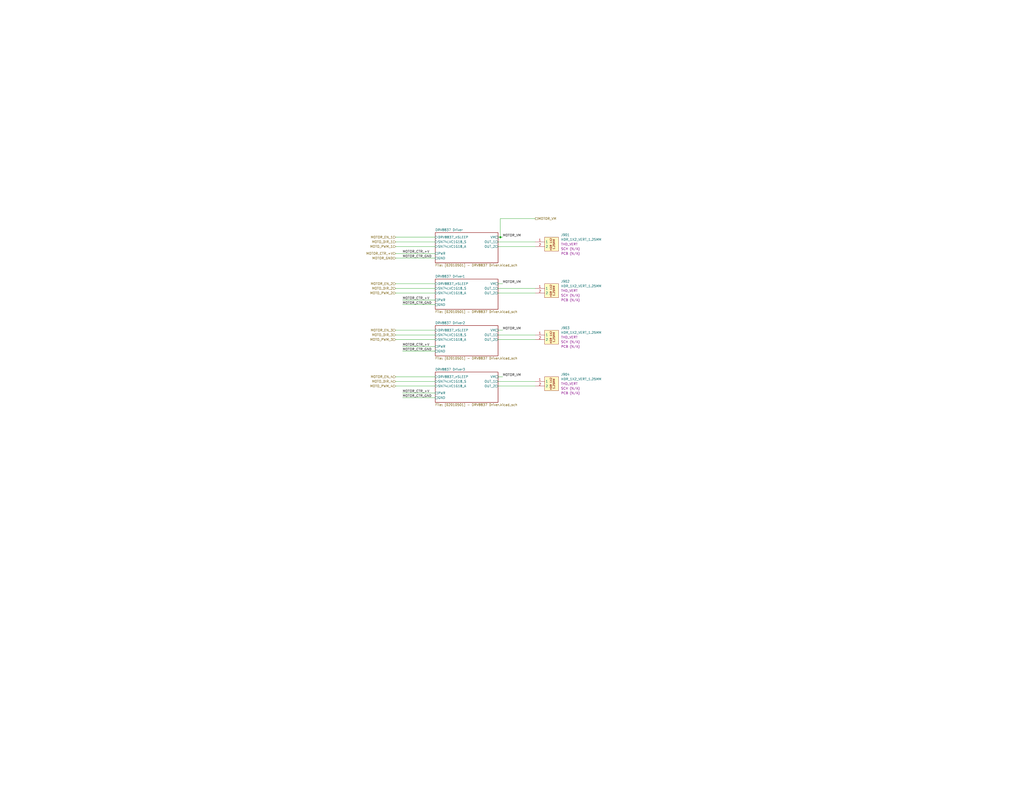
<source format=kicad_sch>
(kicad_sch (version 20231120) (generator "eeschema") (generator_version "8.0")
  (paper "C")
  (title_block (comment 2 "DRAFT"))
  (lib_symbols
    (symbol "_SCHLIB_Qcopter:CONN_HDR_1X2_VERT_THD-1.25MM"
      (property "Reference" "J" (at 3.556 4.064 0))
      (property "Value" "HDR_1X2_VERT_1.25MM" (at 3.81 6.604 0))
      (property "Package" "THD_VERT" (at 3.81 35.306 0))
      (property "SCH CHECK" "SCH (N/A)" (at 3.81 29.972 0))
      (property "PCB CHECK" "PCB (N/A)" (at 3.81 32.512 0))
      (symbol "CONN_HDR_1X2_VERT_THD-1.25MM_1_1"
        (rectangle (start 0 0) (end 7.62 -7.62) (fill (type background)))
        (text "HDR 1X2\n1.25MM" (at 4.318 -3.81 900) (effects (font (size 1.016 1.016))))
        (pin passive line (at -5.08 -2.54 0) (length 5.08) (name "1") (number "1"))
        (pin passive line (at -5.08 -5.08 0) (length 5.08) (name "2") (number "2"))
      )
    )
  )
  (junction (at 273.05 129.54))
  (wire (pts (xy 273.05 129.54) (xy 271.78 129.54)))
  (wire (pts (xy 271.78 157.48) (xy 292.1 157.48)))
  (wire (pts (xy 215.9 129.54) (xy 237.49 129.54)))
  (wire (pts (xy 215.9 180.34) (xy 237.49 180.34)))
  (wire (pts (xy 215.9 132.08) (xy 237.49 132.08)))
  (wire (pts (xy 215.9 157.48) (xy 237.49 157.48)))
  (wire (pts (xy 215.9 138.43) (xy 237.49 138.43)))
  (wire (pts (xy 274.32 129.54) (xy 273.05 129.54)))
  (wire (pts (xy 215.9 182.88) (xy 237.49 182.88)))
  (wire (pts (xy 215.9 185.42) (xy 237.49 185.42)))
  (wire (pts (xy 219.71 163.83) (xy 237.49 163.83)))
  (wire (pts (xy 215.9 154.94) (xy 237.49 154.94)))
  (wire (pts (xy 219.71 191.77) (xy 237.49 191.77)))
  (wire (pts (xy 215.9 208.28) (xy 237.49 208.28)))
  (wire (pts (xy 271.78 134.62) (xy 292.1 134.62)))
  (wire (pts (xy 219.71 217.17) (xy 237.49 217.17)))
  (wire (pts (xy 292.1 182.88) (xy 271.78 182.88)))
  (wire (pts (xy 215.9 210.82) (xy 237.49 210.82)))
  (wire (pts (xy 215.9 134.62) (xy 237.49 134.62)))
  (wire (pts (xy 271.78 210.82) (xy 292.1 210.82)))
  (wire (pts (xy 219.71 189.23) (xy 237.49 189.23)))
  (wire (pts (xy 215.9 205.74) (xy 237.49 205.74)))
  (wire (pts (xy 271.78 154.94) (xy 274.32 154.94)))
  (wire (pts (xy 271.78 180.34) (xy 274.32 180.34)))
  (wire (pts (xy 271.78 160.02) (xy 292.1 160.02)))
  (wire (pts (xy 271.78 205.74) (xy 274.32 205.74)))
  (wire (pts (xy 215.9 160.02) (xy 237.49 160.02)))
  (wire (pts (xy 271.78 208.28) (xy 292.1 208.28)))
  (wire (pts (xy 271.78 185.42) (xy 292.1 185.42)))
  (wire (pts (xy 219.71 214.63) (xy 237.49 214.63)))
  (wire (pts (xy 215.9 140.97) (xy 237.49 140.97)))
  (wire (pts (xy 273.05 119.38) (xy 273.05 129.54)))
  (wire (pts (xy 219.71 166.37) (xy 237.49 166.37)))
  (wire (pts (xy 273.05 119.38) (xy 292.1 119.38)))
  (wire (pts (xy 271.78 132.08) (xy 292.1 132.08)))
  (label "MOTOR_VM" (at 274.32 180.34 0))
  (label "MOTOR_VM" (at 274.32 129.54 0))
  (label "MOTOR_CTR_GND" (at 219.71 191.77 0))
  (label "MOTOR_CTR_+V" (at 219.71 214.63 0))
  (label "MOTOR_CTR_GND" (at 219.71 140.97 0))
  (label "MOTOR_CTR_+V" (at 219.71 163.83 0))
  (label "MOTOR_CTR_GND" (at 219.71 166.37 0))
  (label "MOTOR_VM" (at 274.32 154.94 0))
  (label "MOTOR_CTR_+V" (at 219.71 138.43 0))
  (label "MOTOR_VM" (at 274.32 205.74 0))
  (label "MOTOR_CTR_+V" (at 219.71 189.23 0))
  (label "MOTOR_CTR_GND" (at 219.71 217.17 0))
  (hierarchical_label "MOTOR_VM" (shape passive) (at 292.1 119.38 0))
  (hierarchical_label "MOTOR_EN_2" (shape input) (at 215.9 154.94 180))
  (hierarchical_label "MOTOR_CTR_+V" (shape input) (at 215.9 138.43 180))
  (hierarchical_label "MOTO_DIR_3" (shape input) (at 215.9 182.88 180))
  (hierarchical_label "MOTOR_GND" (shape input) (at 215.9 140.97 180))
  (hierarchical_label "MOTO_PWM_2" (shape input) (at 215.9 160.02 180))
  (hierarchical_label "MOTO_DIR_2" (shape input) (at 215.9 157.48 180))
  (hierarchical_label "MOTO_PWM_1" (shape input) (at 215.9 134.62 180))
  (hierarchical_label "MOTOR_EN_4" (shape input) (at 215.9 205.74 180))
  (hierarchical_label "MOTOR_EN_3" (shape input) (at 215.9 180.34 180))
  (hierarchical_label "MOTO_PWM_4" (shape input) (at 215.9 210.82 180))
  (hierarchical_label "MOTO_PWM_3" (shape input) (at 215.9 185.42 180))
  (hierarchical_label "MOTO_DIR_1" (shape input) (at 215.9 132.08 180))
  (hierarchical_label "MOTO_DIR_4" (shape input) (at 215.9 208.28 180))
  (hierarchical_label "MOTOR_EN_1" (shape input) (at 215.9 129.54 180))
  (symbol (lib_id "_SCHLIB_Qcopter:CONN_HDR_1X2_VERT_THD-1.25MM") (at 297.18 129.54 0) (unit 1)
    (property "Reference" "J901" (at 306.07 128.2699 0) (effects (justify left)))
    (property "Value" "HDR_1X2_VERT_1.25MM" (at 306.07 130.8099 0) (effects (justify left)))
    (property "Footprint" "Connector_Hirose:Hirose_DF13-02P-1.25DSA_1x02_P1.25mm_Vertical" (effects (hide yes)))
    (property "Datasheet" "https://cdn.amphenol-cs.com/media/wysiwyg/files/documentation/datasheet/boardwiretoboard/bwb_1.25mm_wtb.pdf" (effects (hide yes)))
    (property "Description" "Connector Header Through Hole 2 position 0.049\" (1.25mm)" (effects (hide yes)))
    (property "Package" "THD_VERT" (at 306.07 133.3499 0) (effects (justify left)))
    (property "Part Number (Manufacturer)" "10114829-10102LF" (effects (hide yes)))
    (property "Manufacturer" "Amphenol ICC (FCI)" (effects (hide yes)))
    (property "Part Number (Vendor)" "609-4383-2-ND" (effects (hide yes)))
    (property "Vendor" "Digikey" (effects (hide yes)))
    (property "Purchase Link" "https://www.digikey.ca/en/products/detail/amphenol-cs-fci/10114829-10102LF/2658929" (effects (hide yes)))
    (property "SCH CHECK" "SCH (N/A)" (at 306.07 135.8899 0) (effects (justify left)))
    (property "PCB CHECK" "PCB (N/A)" (at 306.07 138.4299 0) (effects (justify left)))
  )
  (symbol (lib_id "_SCHLIB_Qcopter:CONN_HDR_1X2_VERT_THD-1.25MM") (at 297.18 154.94 0) (unit 1)
    (property "Reference" "J902" (at 306.07 153.6699 0) (effects (justify left)))
    (property "Value" "HDR_1X2_VERT_1.25MM" (at 306.07 156.2099 0) (effects (justify left)))
    (property "Footprint" "Connector_Hirose:Hirose_DF13-02P-1.25DSA_1x02_P1.25mm_Vertical" (effects (hide yes)))
    (property "Datasheet" "https://cdn.amphenol-cs.com/media/wysiwyg/files/documentation/datasheet/boardwiretoboard/bwb_1.25mm_wtb.pdf" (effects (hide yes)))
    (property "Description" "Connector Header Through Hole 2 position 0.049\" (1.25mm)" (effects (hide yes)))
    (property "Package" "THD_VERT" (at 306.07 158.7499 0) (effects (justify left)))
    (property "Part Number (Manufacturer)" "10114829-10102LF" (effects (hide yes)))
    (property "Manufacturer" "Amphenol ICC (FCI)" (effects (hide yes)))
    (property "Part Number (Vendor)" "609-4383-2-ND" (effects (hide yes)))
    (property "Vendor" "Digikey" (effects (hide yes)))
    (property "Purchase Link" "https://www.digikey.ca/en/products/detail/amphenol-cs-fci/10114829-10102LF/2658929" (effects (hide yes)))
    (property "SCH CHECK" "SCH (N/A)" (at 306.07 161.2899 0) (effects (justify left)))
    (property "PCB CHECK" "PCB (N/A)" (at 306.07 163.8299 0) (effects (justify left)))
  )
  (symbol (lib_id "_SCHLIB_Qcopter:CONN_HDR_1X2_VERT_THD-1.25MM") (at 297.18 180.34 0) (unit 1)
    (property "Reference" "J903" (at 306.07 179.0699 0) (effects (justify left)))
    (property "Value" "HDR_1X2_VERT_1.25MM" (at 306.07 181.6099 0) (effects (justify left)))
    (property "Footprint" "Connector_Hirose:Hirose_DF13-02P-1.25DSA_1x02_P1.25mm_Vertical" (effects (hide yes)))
    (property "Datasheet" "https://cdn.amphenol-cs.com/media/wysiwyg/files/documentation/datasheet/boardwiretoboard/bwb_1.25mm_wtb.pdf" (effects (hide yes)))
    (property "Description" "Connector Header Through Hole 2 position 0.049\" (1.25mm)" (effects (hide yes)))
    (property "Package" "THD_VERT" (at 306.07 184.1499 0) (effects (justify left)))
    (property "Part Number (Manufacturer)" "10114829-10102LF" (effects (hide yes)))
    (property "Manufacturer" "Amphenol ICC (FCI)" (effects (hide yes)))
    (property "Part Number (Vendor)" "609-4383-2-ND" (effects (hide yes)))
    (property "Vendor" "Digikey" (effects (hide yes)))
    (property "Purchase Link" "https://www.digikey.ca/en/products/detail/amphenol-cs-fci/10114829-10102LF/2658929" (effects (hide yes)))
    (property "SCH CHECK" "SCH (N/A)" (at 306.07 186.6899 0) (effects (justify left)))
    (property "PCB CHECK" "PCB (N/A)" (at 306.07 189.2299 0) (effects (justify left)))
  )
  (symbol (lib_id "_SCHLIB_Qcopter:CONN_HDR_1X2_VERT_THD-1.25MM") (at 297.18 205.74 0) (unit 1)
    (property "Reference" "J904" (at 306.07 204.4699 0) (effects (justify left)))
    (property "Value" "HDR_1X2_VERT_1.25MM" (at 306.07 207.0099 0) (effects (justify left)))
    (property "Footprint" "Connector_Hirose:Hirose_DF13-02P-1.25DSA_1x02_P1.25mm_Vertical" (effects (hide yes)))
    (property "Datasheet" "https://cdn.amphenol-cs.com/media/wysiwyg/files/documentation/datasheet/boardwiretoboard/bwb_1.25mm_wtb.pdf" (effects (hide yes)))
    (property "Description" "Connector Header Through Hole 2 position 0.049\" (1.25mm)" (effects (hide yes)))
    (property "Package" "THD_VERT" (at 306.07 209.5499 0) (effects (justify left)))
    (property "Part Number (Manufacturer)" "10114829-10102LF" (effects (hide yes)))
    (property "Manufacturer" "Amphenol ICC (FCI)" (effects (hide yes)))
    (property "Part Number (Vendor)" "609-4383-2-ND" (effects (hide yes)))
    (property "Vendor" "Digikey" (effects (hide yes)))
    (property "Purchase Link" "https://www.digikey.ca/en/products/detail/amphenol-cs-fci/10114829-10102LF/2658929" (effects (hide yes)))
    (property "SCH CHECK" "SCH (N/A)" (at 306.07 212.0899 0) (effects (justify left)))
    (property "PCB CHECK" "PCB (N/A)" (at 306.07 214.6299 0) (effects (justify left)))
  )
  (sheet (at 237.49 203.2) (size 34.29 16.51) (stroke (width 0.1524))
    (property "Sheetname" "DRV8837 Driver3" (at 237.49 202.4884 0) (effects (justify left bottom)))
    (property "Sheetfile" "[02010501] - DRV8837 Driver.kicad_sch" (at 237.49 220.2946 0) (effects (justify left top)))
    (pin "GND" passive (at 237.49 217.17 180))
    (pin "SN74LVC1G18_S" input (at 237.49 208.28 180))
    (pin "PWR" passive (at 237.49 214.63 180))
    (pin "SN74LVC1G18_A" input (at 237.49 210.82 180))
    (pin "OUT_2" output (at 271.78 210.82 0))
    (pin "VM" passive (at 271.78 205.74 0))
    (pin "OUT_1" output (at 271.78 208.28 0))
    (pin "DRV8837_nSLEEP" input (at 237.49 205.74 180))
  )
  (sheet (at 237.49 127) (size 34.29 16.51) (stroke (width 0.1524))
    (property "Sheetname" "DRV8837 Driver" (at 237.49 126.2884 0) (effects (justify left bottom)))
    (property "Sheetfile" "[02010501] - DRV8837 Driver.kicad_sch" (at 237.49 144.0946 0) (effects (justify left top)))
    (pin "GND" passive (at 237.49 140.97 180))
    (pin "SN74LVC1G18_S" input (at 237.49 132.08 180))
    (pin "PWR" passive (at 237.49 138.43 180))
    (pin "SN74LVC1G18_A" input (at 237.49 134.62 180))
    (pin "OUT_2" output (at 271.78 134.62 0))
    (pin "VM" passive (at 271.78 129.54 0))
    (pin "OUT_1" output (at 271.78 132.08 0))
    (pin "DRV8837_nSLEEP" input (at 237.49 129.54 180))
  )
  (sheet (at 237.49 177.8) (size 34.29 16.51) (stroke (width 0.1524))
    (property "Sheetname" "DRV8837 Driver2" (at 237.49 177.0884 0) (effects (justify left bottom)))
    (property "Sheetfile" "[02010501] - DRV8837 Driver.kicad_sch" (at 237.49 194.8946 0) (effects (justify left top)))
    (pin "GND" passive (at 237.49 191.77 180))
    (pin "SN74LVC1G18_S" input (at 237.49 182.88 180))
    (pin "PWR" passive (at 237.49 189.23 180))
    (pin "SN74LVC1G18_A" input (at 237.49 185.42 180))
    (pin "OUT_2" output (at 271.78 185.42 0))
    (pin "VM" passive (at 271.78 180.34 0))
    (pin "OUT_1" output (at 271.78 182.88 0))
    (pin "DRV8837_nSLEEP" input (at 237.49 180.34 180))
  )
  (sheet (at 237.49 152.4) (size 34.29 16.51) (stroke (width 0.1524))
    (property "Sheetname" "DRV8837 Driver1" (at 237.49 151.6884 0) (effects (justify left bottom)))
    (property "Sheetfile" "[02010501] - DRV8837 Driver.kicad_sch" (at 237.49 169.4946 0) (effects (justify left top)))
    (pin "GND" passive (at 237.49 166.37 180))
    (pin "SN74LVC1G18_S" input (at 237.49 157.48 180))
    (pin "PWR" passive (at 237.49 163.83 180))
    (pin "SN74LVC1G18_A" input (at 237.49 160.02 180))
    (pin "OUT_2" output (at 271.78 160.02 0))
    (pin "VM" passive (at 271.78 154.94 0))
    (pin "OUT_1" output (at 271.78 157.48 0))
    (pin "DRV8837_nSLEEP" input (at 237.49 154.94 180))
  )
)
</source>
